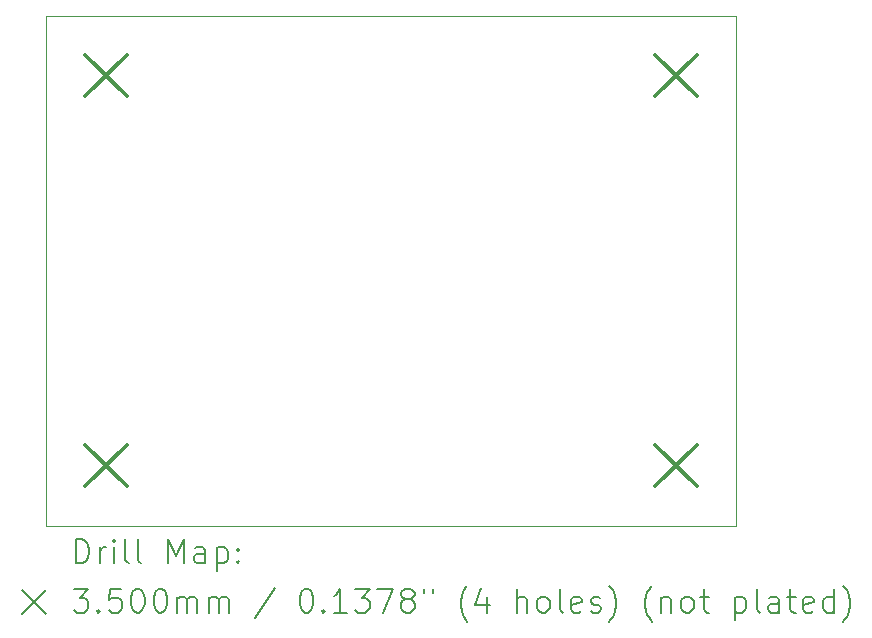
<source format=gbr>
%TF.GenerationSoftware,KiCad,Pcbnew,(6.0.9)*%
%TF.CreationDate,2022-12-20T19:21:58-08:00*%
%TF.ProjectId,light_distribution,6c696768-745f-4646-9973-747269627574,rev?*%
%TF.SameCoordinates,Original*%
%TF.FileFunction,Drillmap*%
%TF.FilePolarity,Positive*%
%FSLAX45Y45*%
G04 Gerber Fmt 4.5, Leading zero omitted, Abs format (unit mm)*
G04 Created by KiCad (PCBNEW (6.0.9)) date 2022-12-20 19:21:58*
%MOMM*%
%LPD*%
G01*
G04 APERTURE LIST*
%ADD10C,0.100000*%
%ADD11C,0.200000*%
%ADD12C,0.350000*%
G04 APERTURE END LIST*
D10*
X10922000Y-7620000D02*
X16764000Y-7620000D01*
X16764000Y-7620000D02*
X16764000Y-11938000D01*
X16764000Y-11938000D02*
X10922000Y-11938000D01*
X10922000Y-11938000D02*
X10922000Y-7620000D01*
D11*
D12*
X11255000Y-7953000D02*
X11605000Y-8303000D01*
X11605000Y-7953000D02*
X11255000Y-8303000D01*
X11255000Y-11255000D02*
X11605000Y-11605000D01*
X11605000Y-11255000D02*
X11255000Y-11605000D01*
X16081000Y-7953000D02*
X16431000Y-8303000D01*
X16431000Y-7953000D02*
X16081000Y-8303000D01*
X16081000Y-11255000D02*
X16431000Y-11605000D01*
X16431000Y-11255000D02*
X16081000Y-11605000D01*
D11*
X11174619Y-12253476D02*
X11174619Y-12053476D01*
X11222238Y-12053476D01*
X11250809Y-12063000D01*
X11269857Y-12082048D01*
X11279381Y-12101095D01*
X11288905Y-12139190D01*
X11288905Y-12167762D01*
X11279381Y-12205857D01*
X11269857Y-12224905D01*
X11250809Y-12243952D01*
X11222238Y-12253476D01*
X11174619Y-12253476D01*
X11374619Y-12253476D02*
X11374619Y-12120143D01*
X11374619Y-12158238D02*
X11384143Y-12139190D01*
X11393667Y-12129667D01*
X11412714Y-12120143D01*
X11431762Y-12120143D01*
X11498428Y-12253476D02*
X11498428Y-12120143D01*
X11498428Y-12053476D02*
X11488905Y-12063000D01*
X11498428Y-12072524D01*
X11507952Y-12063000D01*
X11498428Y-12053476D01*
X11498428Y-12072524D01*
X11622238Y-12253476D02*
X11603190Y-12243952D01*
X11593667Y-12224905D01*
X11593667Y-12053476D01*
X11727000Y-12253476D02*
X11707952Y-12243952D01*
X11698428Y-12224905D01*
X11698428Y-12053476D01*
X11955571Y-12253476D02*
X11955571Y-12053476D01*
X12022238Y-12196333D01*
X12088905Y-12053476D01*
X12088905Y-12253476D01*
X12269857Y-12253476D02*
X12269857Y-12148714D01*
X12260333Y-12129667D01*
X12241286Y-12120143D01*
X12203190Y-12120143D01*
X12184143Y-12129667D01*
X12269857Y-12243952D02*
X12250809Y-12253476D01*
X12203190Y-12253476D01*
X12184143Y-12243952D01*
X12174619Y-12224905D01*
X12174619Y-12205857D01*
X12184143Y-12186809D01*
X12203190Y-12177286D01*
X12250809Y-12177286D01*
X12269857Y-12167762D01*
X12365095Y-12120143D02*
X12365095Y-12320143D01*
X12365095Y-12129667D02*
X12384143Y-12120143D01*
X12422238Y-12120143D01*
X12441286Y-12129667D01*
X12450809Y-12139190D01*
X12460333Y-12158238D01*
X12460333Y-12215381D01*
X12450809Y-12234428D01*
X12441286Y-12243952D01*
X12422238Y-12253476D01*
X12384143Y-12253476D01*
X12365095Y-12243952D01*
X12546048Y-12234428D02*
X12555571Y-12243952D01*
X12546048Y-12253476D01*
X12536524Y-12243952D01*
X12546048Y-12234428D01*
X12546048Y-12253476D01*
X12546048Y-12129667D02*
X12555571Y-12139190D01*
X12546048Y-12148714D01*
X12536524Y-12139190D01*
X12546048Y-12129667D01*
X12546048Y-12148714D01*
X10717000Y-12483000D02*
X10917000Y-12683000D01*
X10917000Y-12483000D02*
X10717000Y-12683000D01*
X11155571Y-12473476D02*
X11279381Y-12473476D01*
X11212714Y-12549667D01*
X11241286Y-12549667D01*
X11260333Y-12559190D01*
X11269857Y-12568714D01*
X11279381Y-12587762D01*
X11279381Y-12635381D01*
X11269857Y-12654428D01*
X11260333Y-12663952D01*
X11241286Y-12673476D01*
X11184143Y-12673476D01*
X11165095Y-12663952D01*
X11155571Y-12654428D01*
X11365095Y-12654428D02*
X11374619Y-12663952D01*
X11365095Y-12673476D01*
X11355571Y-12663952D01*
X11365095Y-12654428D01*
X11365095Y-12673476D01*
X11555571Y-12473476D02*
X11460333Y-12473476D01*
X11450809Y-12568714D01*
X11460333Y-12559190D01*
X11479381Y-12549667D01*
X11527000Y-12549667D01*
X11546048Y-12559190D01*
X11555571Y-12568714D01*
X11565095Y-12587762D01*
X11565095Y-12635381D01*
X11555571Y-12654428D01*
X11546048Y-12663952D01*
X11527000Y-12673476D01*
X11479381Y-12673476D01*
X11460333Y-12663952D01*
X11450809Y-12654428D01*
X11688905Y-12473476D02*
X11707952Y-12473476D01*
X11727000Y-12483000D01*
X11736524Y-12492524D01*
X11746048Y-12511571D01*
X11755571Y-12549667D01*
X11755571Y-12597286D01*
X11746048Y-12635381D01*
X11736524Y-12654428D01*
X11727000Y-12663952D01*
X11707952Y-12673476D01*
X11688905Y-12673476D01*
X11669857Y-12663952D01*
X11660333Y-12654428D01*
X11650809Y-12635381D01*
X11641286Y-12597286D01*
X11641286Y-12549667D01*
X11650809Y-12511571D01*
X11660333Y-12492524D01*
X11669857Y-12483000D01*
X11688905Y-12473476D01*
X11879381Y-12473476D02*
X11898428Y-12473476D01*
X11917476Y-12483000D01*
X11927000Y-12492524D01*
X11936524Y-12511571D01*
X11946048Y-12549667D01*
X11946048Y-12597286D01*
X11936524Y-12635381D01*
X11927000Y-12654428D01*
X11917476Y-12663952D01*
X11898428Y-12673476D01*
X11879381Y-12673476D01*
X11860333Y-12663952D01*
X11850809Y-12654428D01*
X11841286Y-12635381D01*
X11831762Y-12597286D01*
X11831762Y-12549667D01*
X11841286Y-12511571D01*
X11850809Y-12492524D01*
X11860333Y-12483000D01*
X11879381Y-12473476D01*
X12031762Y-12673476D02*
X12031762Y-12540143D01*
X12031762Y-12559190D02*
X12041286Y-12549667D01*
X12060333Y-12540143D01*
X12088905Y-12540143D01*
X12107952Y-12549667D01*
X12117476Y-12568714D01*
X12117476Y-12673476D01*
X12117476Y-12568714D02*
X12127000Y-12549667D01*
X12146048Y-12540143D01*
X12174619Y-12540143D01*
X12193667Y-12549667D01*
X12203190Y-12568714D01*
X12203190Y-12673476D01*
X12298428Y-12673476D02*
X12298428Y-12540143D01*
X12298428Y-12559190D02*
X12307952Y-12549667D01*
X12327000Y-12540143D01*
X12355571Y-12540143D01*
X12374619Y-12549667D01*
X12384143Y-12568714D01*
X12384143Y-12673476D01*
X12384143Y-12568714D02*
X12393667Y-12549667D01*
X12412714Y-12540143D01*
X12441286Y-12540143D01*
X12460333Y-12549667D01*
X12469857Y-12568714D01*
X12469857Y-12673476D01*
X12860333Y-12463952D02*
X12688905Y-12721095D01*
X13117476Y-12473476D02*
X13136524Y-12473476D01*
X13155571Y-12483000D01*
X13165095Y-12492524D01*
X13174619Y-12511571D01*
X13184143Y-12549667D01*
X13184143Y-12597286D01*
X13174619Y-12635381D01*
X13165095Y-12654428D01*
X13155571Y-12663952D01*
X13136524Y-12673476D01*
X13117476Y-12673476D01*
X13098428Y-12663952D01*
X13088905Y-12654428D01*
X13079381Y-12635381D01*
X13069857Y-12597286D01*
X13069857Y-12549667D01*
X13079381Y-12511571D01*
X13088905Y-12492524D01*
X13098428Y-12483000D01*
X13117476Y-12473476D01*
X13269857Y-12654428D02*
X13279381Y-12663952D01*
X13269857Y-12673476D01*
X13260333Y-12663952D01*
X13269857Y-12654428D01*
X13269857Y-12673476D01*
X13469857Y-12673476D02*
X13355571Y-12673476D01*
X13412714Y-12673476D02*
X13412714Y-12473476D01*
X13393667Y-12502048D01*
X13374619Y-12521095D01*
X13355571Y-12530619D01*
X13536524Y-12473476D02*
X13660333Y-12473476D01*
X13593667Y-12549667D01*
X13622238Y-12549667D01*
X13641286Y-12559190D01*
X13650809Y-12568714D01*
X13660333Y-12587762D01*
X13660333Y-12635381D01*
X13650809Y-12654428D01*
X13641286Y-12663952D01*
X13622238Y-12673476D01*
X13565095Y-12673476D01*
X13546048Y-12663952D01*
X13536524Y-12654428D01*
X13727000Y-12473476D02*
X13860333Y-12473476D01*
X13774619Y-12673476D01*
X13965095Y-12559190D02*
X13946048Y-12549667D01*
X13936524Y-12540143D01*
X13927000Y-12521095D01*
X13927000Y-12511571D01*
X13936524Y-12492524D01*
X13946048Y-12483000D01*
X13965095Y-12473476D01*
X14003190Y-12473476D01*
X14022238Y-12483000D01*
X14031762Y-12492524D01*
X14041286Y-12511571D01*
X14041286Y-12521095D01*
X14031762Y-12540143D01*
X14022238Y-12549667D01*
X14003190Y-12559190D01*
X13965095Y-12559190D01*
X13946048Y-12568714D01*
X13936524Y-12578238D01*
X13927000Y-12597286D01*
X13927000Y-12635381D01*
X13936524Y-12654428D01*
X13946048Y-12663952D01*
X13965095Y-12673476D01*
X14003190Y-12673476D01*
X14022238Y-12663952D01*
X14031762Y-12654428D01*
X14041286Y-12635381D01*
X14041286Y-12597286D01*
X14031762Y-12578238D01*
X14022238Y-12568714D01*
X14003190Y-12559190D01*
X14117476Y-12473476D02*
X14117476Y-12511571D01*
X14193667Y-12473476D02*
X14193667Y-12511571D01*
X14488905Y-12749667D02*
X14479381Y-12740143D01*
X14460333Y-12711571D01*
X14450809Y-12692524D01*
X14441286Y-12663952D01*
X14431762Y-12616333D01*
X14431762Y-12578238D01*
X14441286Y-12530619D01*
X14450809Y-12502048D01*
X14460333Y-12483000D01*
X14479381Y-12454428D01*
X14488905Y-12444905D01*
X14650809Y-12540143D02*
X14650809Y-12673476D01*
X14603190Y-12463952D02*
X14555571Y-12606809D01*
X14679381Y-12606809D01*
X14907952Y-12673476D02*
X14907952Y-12473476D01*
X14993667Y-12673476D02*
X14993667Y-12568714D01*
X14984143Y-12549667D01*
X14965095Y-12540143D01*
X14936524Y-12540143D01*
X14917476Y-12549667D01*
X14907952Y-12559190D01*
X15117476Y-12673476D02*
X15098428Y-12663952D01*
X15088905Y-12654428D01*
X15079381Y-12635381D01*
X15079381Y-12578238D01*
X15088905Y-12559190D01*
X15098428Y-12549667D01*
X15117476Y-12540143D01*
X15146048Y-12540143D01*
X15165095Y-12549667D01*
X15174619Y-12559190D01*
X15184143Y-12578238D01*
X15184143Y-12635381D01*
X15174619Y-12654428D01*
X15165095Y-12663952D01*
X15146048Y-12673476D01*
X15117476Y-12673476D01*
X15298428Y-12673476D02*
X15279381Y-12663952D01*
X15269857Y-12644905D01*
X15269857Y-12473476D01*
X15450809Y-12663952D02*
X15431762Y-12673476D01*
X15393667Y-12673476D01*
X15374619Y-12663952D01*
X15365095Y-12644905D01*
X15365095Y-12568714D01*
X15374619Y-12549667D01*
X15393667Y-12540143D01*
X15431762Y-12540143D01*
X15450809Y-12549667D01*
X15460333Y-12568714D01*
X15460333Y-12587762D01*
X15365095Y-12606809D01*
X15536524Y-12663952D02*
X15555571Y-12673476D01*
X15593667Y-12673476D01*
X15612714Y-12663952D01*
X15622238Y-12644905D01*
X15622238Y-12635381D01*
X15612714Y-12616333D01*
X15593667Y-12606809D01*
X15565095Y-12606809D01*
X15546048Y-12597286D01*
X15536524Y-12578238D01*
X15536524Y-12568714D01*
X15546048Y-12549667D01*
X15565095Y-12540143D01*
X15593667Y-12540143D01*
X15612714Y-12549667D01*
X15688905Y-12749667D02*
X15698428Y-12740143D01*
X15717476Y-12711571D01*
X15727000Y-12692524D01*
X15736524Y-12663952D01*
X15746048Y-12616333D01*
X15746048Y-12578238D01*
X15736524Y-12530619D01*
X15727000Y-12502048D01*
X15717476Y-12483000D01*
X15698428Y-12454428D01*
X15688905Y-12444905D01*
X16050809Y-12749667D02*
X16041286Y-12740143D01*
X16022238Y-12711571D01*
X16012714Y-12692524D01*
X16003190Y-12663952D01*
X15993667Y-12616333D01*
X15993667Y-12578238D01*
X16003190Y-12530619D01*
X16012714Y-12502048D01*
X16022238Y-12483000D01*
X16041286Y-12454428D01*
X16050809Y-12444905D01*
X16127000Y-12540143D02*
X16127000Y-12673476D01*
X16127000Y-12559190D02*
X16136524Y-12549667D01*
X16155571Y-12540143D01*
X16184143Y-12540143D01*
X16203190Y-12549667D01*
X16212714Y-12568714D01*
X16212714Y-12673476D01*
X16336524Y-12673476D02*
X16317476Y-12663952D01*
X16307952Y-12654428D01*
X16298428Y-12635381D01*
X16298428Y-12578238D01*
X16307952Y-12559190D01*
X16317476Y-12549667D01*
X16336524Y-12540143D01*
X16365095Y-12540143D01*
X16384143Y-12549667D01*
X16393667Y-12559190D01*
X16403190Y-12578238D01*
X16403190Y-12635381D01*
X16393667Y-12654428D01*
X16384143Y-12663952D01*
X16365095Y-12673476D01*
X16336524Y-12673476D01*
X16460333Y-12540143D02*
X16536524Y-12540143D01*
X16488905Y-12473476D02*
X16488905Y-12644905D01*
X16498428Y-12663952D01*
X16517476Y-12673476D01*
X16536524Y-12673476D01*
X16755571Y-12540143D02*
X16755571Y-12740143D01*
X16755571Y-12549667D02*
X16774619Y-12540143D01*
X16812714Y-12540143D01*
X16831762Y-12549667D01*
X16841286Y-12559190D01*
X16850810Y-12578238D01*
X16850810Y-12635381D01*
X16841286Y-12654428D01*
X16831762Y-12663952D01*
X16812714Y-12673476D01*
X16774619Y-12673476D01*
X16755571Y-12663952D01*
X16965095Y-12673476D02*
X16946048Y-12663952D01*
X16936524Y-12644905D01*
X16936524Y-12473476D01*
X17127000Y-12673476D02*
X17127000Y-12568714D01*
X17117476Y-12549667D01*
X17098429Y-12540143D01*
X17060333Y-12540143D01*
X17041286Y-12549667D01*
X17127000Y-12663952D02*
X17107952Y-12673476D01*
X17060333Y-12673476D01*
X17041286Y-12663952D01*
X17031762Y-12644905D01*
X17031762Y-12625857D01*
X17041286Y-12606809D01*
X17060333Y-12597286D01*
X17107952Y-12597286D01*
X17127000Y-12587762D01*
X17193667Y-12540143D02*
X17269857Y-12540143D01*
X17222238Y-12473476D02*
X17222238Y-12644905D01*
X17231762Y-12663952D01*
X17250810Y-12673476D01*
X17269857Y-12673476D01*
X17412714Y-12663952D02*
X17393667Y-12673476D01*
X17355571Y-12673476D01*
X17336524Y-12663952D01*
X17327000Y-12644905D01*
X17327000Y-12568714D01*
X17336524Y-12549667D01*
X17355571Y-12540143D01*
X17393667Y-12540143D01*
X17412714Y-12549667D01*
X17422238Y-12568714D01*
X17422238Y-12587762D01*
X17327000Y-12606809D01*
X17593667Y-12673476D02*
X17593667Y-12473476D01*
X17593667Y-12663952D02*
X17574619Y-12673476D01*
X17536524Y-12673476D01*
X17517476Y-12663952D01*
X17507952Y-12654428D01*
X17498429Y-12635381D01*
X17498429Y-12578238D01*
X17507952Y-12559190D01*
X17517476Y-12549667D01*
X17536524Y-12540143D01*
X17574619Y-12540143D01*
X17593667Y-12549667D01*
X17669857Y-12749667D02*
X17679381Y-12740143D01*
X17698429Y-12711571D01*
X17707952Y-12692524D01*
X17717476Y-12663952D01*
X17727000Y-12616333D01*
X17727000Y-12578238D01*
X17717476Y-12530619D01*
X17707952Y-12502048D01*
X17698429Y-12483000D01*
X17679381Y-12454428D01*
X17669857Y-12444905D01*
M02*

</source>
